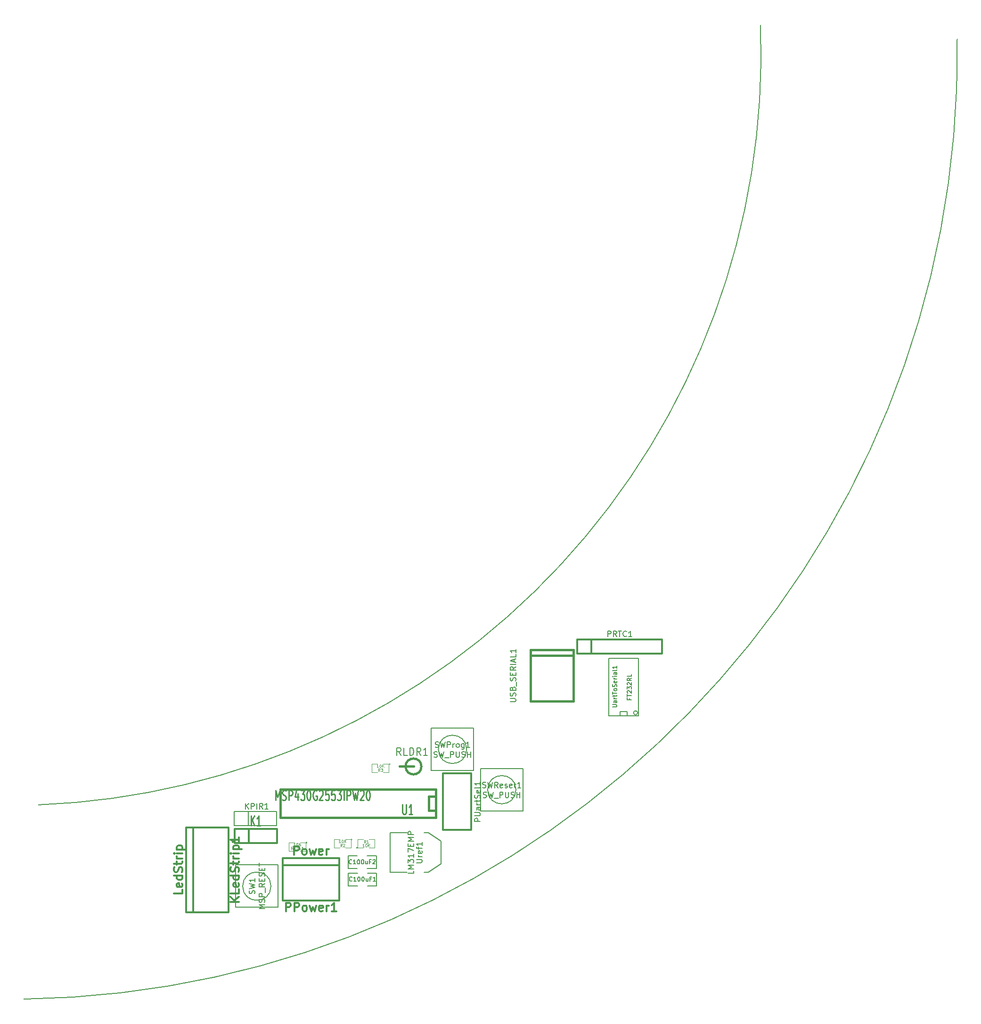
<source format=gto>
G04 (created by PCBNEW (2013-jul-07)-stable) date Wed 30 Sep 2015 08:29:52 PM CEST*
%MOIN*%
G04 Gerber Fmt 3.4, Leading zero omitted, Abs format*
%FSLAX34Y34*%
G01*
G70*
G90*
G04 APERTURE LIST*
%ADD10C,0.00590551*%
%ADD11C,0.00787402*%
%ADD12C,0.015*%
%ADD13C,0.005*%
%ADD14C,0.0039*%
%ADD15C,0.012*%
%ADD16C,0.006*%
%ADD17C,0.008*%
%ADD18C,0.0043*%
%ADD19C,0.0106*%
%ADD20C,0.01125*%
G04 APERTURE END LIST*
G54D10*
G54D11*
X7775Y-36740D02*
G75*
G03X73800Y31155I-935J66960D01*
G74*
G01*
X8800Y-23001D02*
G75*
G03X59881Y32160I-2040J53121D01*
G74*
G01*
G54D12*
X46641Y-12443D02*
X43609Y-12443D01*
X46641Y-12049D02*
X43609Y-12049D01*
X43609Y-12049D02*
X43609Y-15671D01*
X43609Y-15671D02*
X46641Y-15671D01*
X46641Y-15671D02*
X46641Y-12049D01*
G54D13*
X51186Y-16490D02*
G75*
G03X51186Y-16490I-141J0D01*
G74*
G01*
X49945Y-16690D02*
X49945Y-16390D01*
X49945Y-16390D02*
X50445Y-16390D01*
X50445Y-16390D02*
X50445Y-16690D01*
X51245Y-12640D02*
X51245Y-16690D01*
X49145Y-16690D02*
X49145Y-12640D01*
X49145Y-16690D02*
X51245Y-16690D01*
X49145Y-12640D02*
X51245Y-12640D01*
X32730Y-28730D02*
X32730Y-27830D01*
X32730Y-27830D02*
X32080Y-27830D01*
X31380Y-28730D02*
X30730Y-28730D01*
X30730Y-28730D02*
X30730Y-27830D01*
X30730Y-27830D02*
X31380Y-27830D01*
X32080Y-28730D02*
X32730Y-28730D01*
X32700Y-27515D02*
X32700Y-26615D01*
X32700Y-26615D02*
X32050Y-26615D01*
X31350Y-27515D02*
X30700Y-27515D01*
X30700Y-27515D02*
X30700Y-26615D01*
X30700Y-26615D02*
X31350Y-26615D01*
X32050Y-27515D02*
X32700Y-27515D01*
G54D14*
X27810Y-25670D02*
G75*
G03X27810Y-25670I-50J0D01*
G74*
G01*
X27310Y-25670D02*
X27710Y-25670D01*
X27710Y-25670D02*
X27710Y-26270D01*
X27710Y-26270D02*
X27310Y-26270D01*
X26910Y-26270D02*
X26510Y-26270D01*
X26510Y-26270D02*
X26510Y-25670D01*
X26510Y-25670D02*
X26910Y-25670D01*
G54D12*
X35336Y-20286D02*
X34336Y-20286D01*
X35895Y-20286D02*
G75*
G03X35895Y-20286I-559J0D01*
G74*
G01*
G54D15*
X39405Y-20785D02*
X39405Y-24785D01*
X39405Y-24785D02*
X37405Y-24785D01*
X37405Y-24785D02*
X37405Y-20785D01*
X37405Y-20785D02*
X39405Y-20785D01*
G54D16*
X22640Y-24480D02*
X22640Y-23480D01*
X22640Y-23480D02*
X25640Y-23480D01*
X25640Y-23480D02*
X25640Y-24480D01*
X25640Y-24480D02*
X22640Y-24480D01*
X23640Y-23480D02*
X23640Y-24480D01*
G54D15*
X46920Y-12295D02*
X46920Y-11295D01*
X46920Y-11295D02*
X52920Y-11295D01*
X52920Y-11295D02*
X52920Y-12295D01*
X52920Y-12295D02*
X46920Y-12295D01*
X47920Y-12295D02*
X47920Y-11295D01*
X19250Y-24590D02*
X22250Y-24590D01*
X19250Y-30590D02*
X22250Y-30590D01*
X19750Y-24590D02*
X19750Y-30590D01*
X22250Y-24590D02*
X22250Y-30590D01*
X19250Y-24590D02*
X19250Y-30590D01*
X26080Y-27280D02*
X30080Y-27280D01*
X26080Y-26780D02*
X26080Y-29780D01*
X26080Y-29780D02*
X30080Y-29780D01*
X30080Y-29780D02*
X30080Y-26780D01*
X30080Y-26780D02*
X26080Y-26780D01*
G54D17*
X34880Y-24975D02*
X33680Y-24975D01*
X33680Y-24975D02*
X33680Y-27775D01*
X33680Y-27775D02*
X34880Y-27775D01*
X36080Y-24975D02*
X36380Y-24975D01*
X36380Y-24975D02*
X37280Y-25575D01*
X37280Y-25575D02*
X37280Y-27175D01*
X37280Y-27175D02*
X36380Y-27775D01*
X36380Y-27775D02*
X36080Y-27775D01*
G54D14*
X31386Y-26039D02*
G75*
G03X31386Y-26039I-50J0D01*
G74*
G01*
X31786Y-26039D02*
X31386Y-26039D01*
X31386Y-26039D02*
X31386Y-25439D01*
X31386Y-25439D02*
X31786Y-25439D01*
X32186Y-25439D02*
X32586Y-25439D01*
X32586Y-25439D02*
X32586Y-26039D01*
X32586Y-26039D02*
X32186Y-26039D01*
X31013Y-25453D02*
G75*
G03X31013Y-25453I-50J0D01*
G74*
G01*
X30513Y-25453D02*
X30913Y-25453D01*
X30913Y-25453D02*
X30913Y-26053D01*
X30913Y-26053D02*
X30513Y-26053D01*
X30113Y-26053D02*
X29713Y-26053D01*
X29713Y-26053D02*
X29713Y-25453D01*
X29713Y-25453D02*
X30113Y-25453D01*
X33688Y-20118D02*
G75*
G03X33688Y-20118I-50J0D01*
G74*
G01*
X33188Y-20118D02*
X33588Y-20118D01*
X33588Y-20118D02*
X33588Y-20718D01*
X33588Y-20718D02*
X33188Y-20718D01*
X32788Y-20718D02*
X32388Y-20718D01*
X32388Y-20718D02*
X32388Y-20118D01*
X32388Y-20118D02*
X32788Y-20118D01*
G54D15*
X22667Y-25693D02*
X22667Y-24693D01*
X22667Y-24693D02*
X25667Y-24693D01*
X25667Y-24693D02*
X25667Y-25693D01*
X25667Y-25693D02*
X22667Y-25693D01*
X23667Y-24693D02*
X23667Y-25693D01*
G54D13*
X25251Y-28754D02*
G75*
G03X25251Y-28754I-1000J0D01*
G74*
G01*
X22751Y-30254D02*
X22751Y-27254D01*
X22751Y-27254D02*
X25751Y-27254D01*
X25751Y-27254D02*
X25751Y-30254D01*
X22751Y-30254D02*
X25751Y-30254D01*
X42580Y-21930D02*
G75*
G03X42580Y-21930I-1000J0D01*
G74*
G01*
X40080Y-20430D02*
X43080Y-20430D01*
X43080Y-20430D02*
X43080Y-23430D01*
X43080Y-23430D02*
X40080Y-23430D01*
X40080Y-20430D02*
X40080Y-23430D01*
X39092Y-19076D02*
G75*
G03X39092Y-19076I-1000J0D01*
G74*
G01*
X36592Y-17576D02*
X39592Y-17576D01*
X39592Y-17576D02*
X39592Y-20576D01*
X39592Y-20576D02*
X36592Y-20576D01*
X36592Y-17576D02*
X36592Y-20576D01*
G54D12*
X36900Y-23395D02*
X36400Y-23395D01*
X36400Y-23395D02*
X36400Y-22395D01*
X36400Y-22395D02*
X36900Y-22395D01*
X36900Y-23895D02*
X25900Y-23895D01*
X25900Y-23895D02*
X25900Y-21895D01*
X25900Y-21895D02*
X36900Y-21895D01*
X36900Y-21895D02*
X36900Y-23895D01*
G54D17*
X42169Y-15707D02*
X42493Y-15707D01*
X42531Y-15688D01*
X42550Y-15669D01*
X42569Y-15631D01*
X42569Y-15555D01*
X42550Y-15517D01*
X42531Y-15498D01*
X42493Y-15479D01*
X42169Y-15479D01*
X42550Y-15307D02*
X42569Y-15250D01*
X42569Y-15155D01*
X42550Y-15117D01*
X42531Y-15098D01*
X42493Y-15079D01*
X42455Y-15079D01*
X42417Y-15098D01*
X42398Y-15117D01*
X42379Y-15155D01*
X42360Y-15231D01*
X42341Y-15269D01*
X42322Y-15288D01*
X42284Y-15307D01*
X42246Y-15307D01*
X42208Y-15288D01*
X42188Y-15269D01*
X42169Y-15231D01*
X42169Y-15136D01*
X42188Y-15079D01*
X42360Y-14774D02*
X42379Y-14717D01*
X42398Y-14698D01*
X42436Y-14679D01*
X42493Y-14679D01*
X42531Y-14698D01*
X42550Y-14717D01*
X42569Y-14755D01*
X42569Y-14907D01*
X42169Y-14907D01*
X42169Y-14774D01*
X42188Y-14736D01*
X42208Y-14717D01*
X42246Y-14698D01*
X42284Y-14698D01*
X42322Y-14717D01*
X42341Y-14736D01*
X42360Y-14774D01*
X42360Y-14907D01*
X42608Y-14602D02*
X42608Y-14298D01*
X42550Y-14221D02*
X42569Y-14164D01*
X42569Y-14069D01*
X42550Y-14031D01*
X42531Y-14012D01*
X42493Y-13993D01*
X42455Y-13993D01*
X42417Y-14012D01*
X42398Y-14031D01*
X42379Y-14069D01*
X42360Y-14145D01*
X42341Y-14183D01*
X42322Y-14202D01*
X42284Y-14221D01*
X42246Y-14221D01*
X42208Y-14202D01*
X42188Y-14183D01*
X42169Y-14145D01*
X42169Y-14050D01*
X42188Y-13993D01*
X42360Y-13821D02*
X42360Y-13688D01*
X42569Y-13631D02*
X42569Y-13821D01*
X42169Y-13821D01*
X42169Y-13631D01*
X42569Y-13231D02*
X42379Y-13364D01*
X42569Y-13460D02*
X42169Y-13460D01*
X42169Y-13307D01*
X42188Y-13269D01*
X42208Y-13250D01*
X42246Y-13231D01*
X42303Y-13231D01*
X42341Y-13250D01*
X42360Y-13269D01*
X42379Y-13307D01*
X42379Y-13460D01*
X42569Y-13060D02*
X42169Y-13060D01*
X42455Y-12888D02*
X42455Y-12698D01*
X42569Y-12926D02*
X42169Y-12793D01*
X42569Y-12660D01*
X42569Y-12336D02*
X42569Y-12526D01*
X42169Y-12526D01*
X42569Y-11993D02*
X42569Y-12221D01*
X42569Y-12107D02*
X42169Y-12107D01*
X42227Y-12145D01*
X42265Y-12183D01*
X42284Y-12221D01*
G54D13*
X49416Y-16082D02*
X49659Y-16082D01*
X49687Y-16068D01*
X49702Y-16054D01*
X49716Y-16025D01*
X49716Y-15968D01*
X49702Y-15940D01*
X49687Y-15925D01*
X49659Y-15911D01*
X49416Y-15911D01*
X49716Y-15640D02*
X49559Y-15640D01*
X49530Y-15654D01*
X49516Y-15682D01*
X49516Y-15740D01*
X49530Y-15768D01*
X49702Y-15640D02*
X49716Y-15668D01*
X49716Y-15740D01*
X49702Y-15768D01*
X49673Y-15782D01*
X49645Y-15782D01*
X49616Y-15768D01*
X49602Y-15740D01*
X49602Y-15668D01*
X49587Y-15640D01*
X49716Y-15497D02*
X49516Y-15497D01*
X49573Y-15497D02*
X49545Y-15482D01*
X49530Y-15468D01*
X49516Y-15440D01*
X49516Y-15411D01*
X49516Y-15354D02*
X49516Y-15240D01*
X49416Y-15311D02*
X49673Y-15311D01*
X49702Y-15297D01*
X49716Y-15268D01*
X49716Y-15240D01*
X49416Y-15182D02*
X49416Y-15011D01*
X49716Y-15097D02*
X49416Y-15097D01*
X49716Y-14868D02*
X49702Y-14897D01*
X49687Y-14911D01*
X49659Y-14925D01*
X49573Y-14925D01*
X49545Y-14911D01*
X49530Y-14897D01*
X49516Y-14868D01*
X49516Y-14825D01*
X49530Y-14797D01*
X49545Y-14782D01*
X49573Y-14768D01*
X49659Y-14768D01*
X49687Y-14782D01*
X49702Y-14797D01*
X49716Y-14825D01*
X49716Y-14868D01*
X49702Y-14654D02*
X49716Y-14611D01*
X49716Y-14539D01*
X49702Y-14511D01*
X49687Y-14497D01*
X49659Y-14482D01*
X49630Y-14482D01*
X49602Y-14497D01*
X49587Y-14511D01*
X49573Y-14539D01*
X49559Y-14597D01*
X49545Y-14625D01*
X49530Y-14639D01*
X49502Y-14654D01*
X49473Y-14654D01*
X49445Y-14639D01*
X49430Y-14625D01*
X49416Y-14597D01*
X49416Y-14525D01*
X49430Y-14482D01*
X49702Y-14240D02*
X49716Y-14268D01*
X49716Y-14325D01*
X49702Y-14354D01*
X49673Y-14368D01*
X49559Y-14368D01*
X49530Y-14354D01*
X49516Y-14325D01*
X49516Y-14268D01*
X49530Y-14240D01*
X49559Y-14225D01*
X49587Y-14225D01*
X49616Y-14368D01*
X49716Y-14097D02*
X49516Y-14097D01*
X49573Y-14097D02*
X49545Y-14082D01*
X49530Y-14068D01*
X49516Y-14040D01*
X49516Y-14011D01*
X49716Y-13911D02*
X49516Y-13911D01*
X49416Y-13911D02*
X49430Y-13925D01*
X49445Y-13911D01*
X49430Y-13897D01*
X49416Y-13911D01*
X49445Y-13911D01*
X49716Y-13640D02*
X49559Y-13640D01*
X49530Y-13654D01*
X49516Y-13682D01*
X49516Y-13740D01*
X49530Y-13768D01*
X49702Y-13640D02*
X49716Y-13668D01*
X49716Y-13740D01*
X49702Y-13768D01*
X49673Y-13782D01*
X49645Y-13782D01*
X49616Y-13768D01*
X49602Y-13740D01*
X49602Y-13668D01*
X49587Y-13640D01*
X49716Y-13454D02*
X49702Y-13482D01*
X49673Y-13497D01*
X49416Y-13497D01*
X49716Y-13182D02*
X49716Y-13354D01*
X49716Y-13268D02*
X49416Y-13268D01*
X49459Y-13297D01*
X49487Y-13325D01*
X49502Y-13354D01*
X50609Y-15461D02*
X50609Y-15561D01*
X50766Y-15561D02*
X50466Y-15561D01*
X50466Y-15418D01*
X50466Y-15347D02*
X50466Y-15175D01*
X50766Y-15261D02*
X50466Y-15261D01*
X50495Y-15089D02*
X50480Y-15075D01*
X50466Y-15047D01*
X50466Y-14975D01*
X50480Y-14947D01*
X50495Y-14932D01*
X50523Y-14918D01*
X50552Y-14918D01*
X50595Y-14932D01*
X50766Y-15104D01*
X50766Y-14918D01*
X50466Y-14818D02*
X50466Y-14632D01*
X50580Y-14732D01*
X50580Y-14689D01*
X50595Y-14661D01*
X50609Y-14647D01*
X50637Y-14632D01*
X50709Y-14632D01*
X50737Y-14647D01*
X50752Y-14661D01*
X50766Y-14689D01*
X50766Y-14775D01*
X50752Y-14804D01*
X50737Y-14818D01*
X50495Y-14518D02*
X50480Y-14504D01*
X50466Y-14475D01*
X50466Y-14404D01*
X50480Y-14375D01*
X50495Y-14361D01*
X50523Y-14347D01*
X50552Y-14347D01*
X50595Y-14361D01*
X50766Y-14532D01*
X50766Y-14347D01*
X50766Y-14047D02*
X50623Y-14147D01*
X50766Y-14218D02*
X50466Y-14218D01*
X50466Y-14104D01*
X50480Y-14075D01*
X50495Y-14061D01*
X50523Y-14047D01*
X50566Y-14047D01*
X50595Y-14061D01*
X50609Y-14075D01*
X50623Y-14104D01*
X50623Y-14218D01*
X50766Y-13775D02*
X50766Y-13918D01*
X50466Y-13918D01*
X30987Y-28372D02*
X30972Y-28387D01*
X30930Y-28401D01*
X30901Y-28401D01*
X30858Y-28387D01*
X30830Y-28358D01*
X30815Y-28330D01*
X30801Y-28272D01*
X30801Y-28230D01*
X30815Y-28172D01*
X30830Y-28144D01*
X30858Y-28115D01*
X30901Y-28101D01*
X30930Y-28101D01*
X30972Y-28115D01*
X30987Y-28130D01*
X31272Y-28401D02*
X31101Y-28401D01*
X31187Y-28401D02*
X31187Y-28101D01*
X31158Y-28144D01*
X31130Y-28172D01*
X31101Y-28187D01*
X31458Y-28101D02*
X31487Y-28101D01*
X31515Y-28115D01*
X31530Y-28130D01*
X31544Y-28158D01*
X31558Y-28215D01*
X31558Y-28287D01*
X31544Y-28344D01*
X31530Y-28372D01*
X31515Y-28387D01*
X31487Y-28401D01*
X31458Y-28401D01*
X31430Y-28387D01*
X31415Y-28372D01*
X31401Y-28344D01*
X31387Y-28287D01*
X31387Y-28215D01*
X31401Y-28158D01*
X31415Y-28130D01*
X31430Y-28115D01*
X31458Y-28101D01*
X31744Y-28101D02*
X31772Y-28101D01*
X31801Y-28115D01*
X31815Y-28130D01*
X31830Y-28158D01*
X31844Y-28215D01*
X31844Y-28287D01*
X31830Y-28344D01*
X31815Y-28372D01*
X31801Y-28387D01*
X31772Y-28401D01*
X31744Y-28401D01*
X31715Y-28387D01*
X31701Y-28372D01*
X31687Y-28344D01*
X31672Y-28287D01*
X31672Y-28215D01*
X31687Y-28158D01*
X31701Y-28130D01*
X31715Y-28115D01*
X31744Y-28101D01*
X32101Y-28201D02*
X32101Y-28401D01*
X31972Y-28201D02*
X31972Y-28358D01*
X31987Y-28387D01*
X32015Y-28401D01*
X32058Y-28401D01*
X32087Y-28387D01*
X32101Y-28372D01*
X32344Y-28244D02*
X32244Y-28244D01*
X32244Y-28401D02*
X32244Y-28101D01*
X32387Y-28101D01*
X32658Y-28401D02*
X32487Y-28401D01*
X32572Y-28401D02*
X32572Y-28101D01*
X32544Y-28144D01*
X32515Y-28172D01*
X32487Y-28187D01*
X30957Y-27157D02*
X30942Y-27172D01*
X30900Y-27186D01*
X30871Y-27186D01*
X30828Y-27172D01*
X30800Y-27143D01*
X30785Y-27115D01*
X30771Y-27057D01*
X30771Y-27015D01*
X30785Y-26957D01*
X30800Y-26929D01*
X30828Y-26900D01*
X30871Y-26886D01*
X30900Y-26886D01*
X30942Y-26900D01*
X30957Y-26915D01*
X31242Y-27186D02*
X31071Y-27186D01*
X31157Y-27186D02*
X31157Y-26886D01*
X31128Y-26929D01*
X31100Y-26957D01*
X31071Y-26972D01*
X31428Y-26886D02*
X31457Y-26886D01*
X31485Y-26900D01*
X31500Y-26915D01*
X31514Y-26943D01*
X31528Y-27000D01*
X31528Y-27072D01*
X31514Y-27129D01*
X31500Y-27157D01*
X31485Y-27172D01*
X31457Y-27186D01*
X31428Y-27186D01*
X31400Y-27172D01*
X31385Y-27157D01*
X31371Y-27129D01*
X31357Y-27072D01*
X31357Y-27000D01*
X31371Y-26943D01*
X31385Y-26915D01*
X31400Y-26900D01*
X31428Y-26886D01*
X31714Y-26886D02*
X31742Y-26886D01*
X31771Y-26900D01*
X31785Y-26915D01*
X31800Y-26943D01*
X31814Y-27000D01*
X31814Y-27072D01*
X31800Y-27129D01*
X31785Y-27157D01*
X31771Y-27172D01*
X31742Y-27186D01*
X31714Y-27186D01*
X31685Y-27172D01*
X31671Y-27157D01*
X31657Y-27129D01*
X31642Y-27072D01*
X31642Y-27000D01*
X31657Y-26943D01*
X31671Y-26915D01*
X31685Y-26900D01*
X31714Y-26886D01*
X32071Y-26986D02*
X32071Y-27186D01*
X31942Y-26986D02*
X31942Y-27143D01*
X31957Y-27172D01*
X31985Y-27186D01*
X32028Y-27186D01*
X32057Y-27172D01*
X32071Y-27157D01*
X32314Y-27029D02*
X32214Y-27029D01*
X32214Y-27186D02*
X32214Y-26886D01*
X32357Y-26886D01*
X32457Y-26915D02*
X32471Y-26900D01*
X32500Y-26886D01*
X32571Y-26886D01*
X32600Y-26900D01*
X32614Y-26915D01*
X32628Y-26943D01*
X32628Y-26972D01*
X32614Y-27015D01*
X32442Y-27186D01*
X32628Y-27186D01*
G54D18*
X26809Y-26174D02*
X26744Y-26080D01*
X26697Y-26174D02*
X26697Y-25977D01*
X26772Y-25977D01*
X26791Y-25987D01*
X26800Y-25996D01*
X26809Y-26015D01*
X26809Y-26043D01*
X26800Y-26062D01*
X26791Y-26071D01*
X26772Y-26080D01*
X26697Y-26080D01*
X26997Y-26174D02*
X26884Y-26174D01*
X26941Y-26174D02*
X26941Y-25977D01*
X26922Y-26005D01*
X26903Y-26024D01*
X26884Y-26034D01*
X27119Y-25977D02*
X27138Y-25977D01*
X27156Y-25987D01*
X27166Y-25996D01*
X27175Y-26015D01*
X27185Y-26052D01*
X27185Y-26099D01*
X27175Y-26137D01*
X27166Y-26155D01*
X27156Y-26165D01*
X27138Y-26174D01*
X27119Y-26174D01*
X27100Y-26165D01*
X27091Y-26155D01*
X27081Y-26137D01*
X27072Y-26099D01*
X27072Y-26052D01*
X27081Y-26015D01*
X27091Y-25996D01*
X27100Y-25987D01*
X27119Y-25977D01*
X27269Y-26174D02*
X27269Y-25977D01*
X27288Y-26099D02*
X27344Y-26174D01*
X27344Y-26043D02*
X27269Y-26118D01*
X27532Y-26174D02*
X27419Y-26174D01*
X27475Y-26174D02*
X27475Y-25977D01*
X27457Y-26005D01*
X27438Y-26024D01*
X27419Y-26034D01*
X26973Y-25899D02*
X26861Y-25899D01*
X26917Y-25899D02*
X26917Y-25702D01*
X26898Y-25730D01*
X26880Y-25749D01*
X26861Y-25759D01*
X27095Y-25702D02*
X27114Y-25702D01*
X27133Y-25712D01*
X27142Y-25721D01*
X27152Y-25740D01*
X27161Y-25777D01*
X27161Y-25824D01*
X27152Y-25862D01*
X27142Y-25880D01*
X27133Y-25890D01*
X27114Y-25899D01*
X27095Y-25899D01*
X27077Y-25890D01*
X27067Y-25880D01*
X27058Y-25862D01*
X27049Y-25824D01*
X27049Y-25777D01*
X27058Y-25740D01*
X27067Y-25721D01*
X27077Y-25712D01*
X27095Y-25702D01*
X27246Y-25899D02*
X27246Y-25702D01*
X27358Y-25899D02*
X27274Y-25787D01*
X27358Y-25702D02*
X27246Y-25815D01*
G54D17*
X34450Y-19508D02*
X34283Y-19246D01*
X34164Y-19508D02*
X34164Y-18958D01*
X34355Y-18958D01*
X34402Y-18984D01*
X34426Y-19011D01*
X34450Y-19063D01*
X34450Y-19141D01*
X34426Y-19194D01*
X34402Y-19220D01*
X34355Y-19246D01*
X34164Y-19246D01*
X34902Y-19508D02*
X34664Y-19508D01*
X34664Y-18958D01*
X35069Y-19508D02*
X35069Y-18958D01*
X35188Y-18958D01*
X35259Y-18984D01*
X35307Y-19037D01*
X35331Y-19089D01*
X35355Y-19194D01*
X35355Y-19272D01*
X35331Y-19377D01*
X35307Y-19430D01*
X35259Y-19482D01*
X35188Y-19508D01*
X35069Y-19508D01*
X35855Y-19508D02*
X35688Y-19246D01*
X35569Y-19508D02*
X35569Y-18958D01*
X35759Y-18958D01*
X35807Y-18984D01*
X35831Y-19011D01*
X35855Y-19063D01*
X35855Y-19141D01*
X35831Y-19194D01*
X35807Y-19220D01*
X35759Y-19246D01*
X35569Y-19246D01*
X36331Y-19508D02*
X36045Y-19508D01*
X36188Y-19508D02*
X36188Y-18958D01*
X36140Y-19037D01*
X36093Y-19089D01*
X36045Y-19115D01*
X40066Y-24175D02*
X39666Y-24175D01*
X39666Y-24023D01*
X39685Y-23984D01*
X39705Y-23965D01*
X39743Y-23946D01*
X39800Y-23946D01*
X39838Y-23965D01*
X39857Y-23984D01*
X39876Y-24023D01*
X39876Y-24175D01*
X39666Y-23775D02*
X39990Y-23775D01*
X40028Y-23756D01*
X40047Y-23737D01*
X40066Y-23699D01*
X40066Y-23623D01*
X40047Y-23584D01*
X40028Y-23565D01*
X39990Y-23546D01*
X39666Y-23546D01*
X40066Y-23184D02*
X39857Y-23184D01*
X39819Y-23204D01*
X39800Y-23242D01*
X39800Y-23318D01*
X39819Y-23356D01*
X40047Y-23184D02*
X40066Y-23223D01*
X40066Y-23318D01*
X40047Y-23356D01*
X40009Y-23375D01*
X39971Y-23375D01*
X39933Y-23356D01*
X39914Y-23318D01*
X39914Y-23223D01*
X39895Y-23184D01*
X40066Y-22994D02*
X39800Y-22994D01*
X39876Y-22994D02*
X39838Y-22975D01*
X39819Y-22956D01*
X39800Y-22918D01*
X39800Y-22880D01*
X39800Y-22804D02*
X39800Y-22651D01*
X39666Y-22746D02*
X40009Y-22746D01*
X40047Y-22727D01*
X40066Y-22689D01*
X40066Y-22651D01*
X40047Y-22537D02*
X40066Y-22480D01*
X40066Y-22385D01*
X40047Y-22346D01*
X40028Y-22327D01*
X39990Y-22308D01*
X39952Y-22308D01*
X39914Y-22327D01*
X39895Y-22346D01*
X39876Y-22385D01*
X39857Y-22461D01*
X39838Y-22499D01*
X39819Y-22518D01*
X39781Y-22537D01*
X39743Y-22537D01*
X39705Y-22518D01*
X39685Y-22499D01*
X39666Y-22461D01*
X39666Y-22365D01*
X39685Y-22308D01*
X40047Y-21985D02*
X40066Y-22023D01*
X40066Y-22099D01*
X40047Y-22137D01*
X40009Y-22156D01*
X39857Y-22156D01*
X39819Y-22137D01*
X39800Y-22099D01*
X39800Y-22023D01*
X39819Y-21985D01*
X39857Y-21965D01*
X39895Y-21965D01*
X39933Y-22156D01*
X40066Y-21737D02*
X40047Y-21775D01*
X40009Y-21794D01*
X39666Y-21794D01*
X40066Y-21375D02*
X40066Y-21604D01*
X40066Y-21489D02*
X39666Y-21489D01*
X39724Y-21527D01*
X39762Y-21565D01*
X39781Y-21604D01*
G54D16*
X23449Y-23291D02*
X23449Y-22891D01*
X23678Y-23291D02*
X23506Y-23063D01*
X23678Y-22891D02*
X23449Y-23120D01*
X23849Y-23291D02*
X23849Y-22891D01*
X24001Y-22891D01*
X24040Y-22910D01*
X24059Y-22930D01*
X24078Y-22968D01*
X24078Y-23025D01*
X24059Y-23063D01*
X24040Y-23082D01*
X24001Y-23101D01*
X23849Y-23101D01*
X24249Y-23291D02*
X24249Y-22891D01*
X24668Y-23291D02*
X24535Y-23101D01*
X24440Y-23291D02*
X24440Y-22891D01*
X24592Y-22891D01*
X24630Y-22910D01*
X24649Y-22930D01*
X24668Y-22968D01*
X24668Y-23025D01*
X24649Y-23063D01*
X24630Y-23082D01*
X24592Y-23101D01*
X24440Y-23101D01*
X25049Y-23291D02*
X24820Y-23291D01*
X24935Y-23291D02*
X24935Y-22891D01*
X24897Y-22949D01*
X24859Y-22987D01*
X24820Y-23006D01*
G54D17*
X49072Y-11106D02*
X49072Y-10706D01*
X49224Y-10706D01*
X49262Y-10725D01*
X49281Y-10745D01*
X49300Y-10783D01*
X49300Y-10840D01*
X49281Y-10878D01*
X49262Y-10897D01*
X49224Y-10916D01*
X49072Y-10916D01*
X49700Y-11106D02*
X49567Y-10916D01*
X49472Y-11106D02*
X49472Y-10706D01*
X49624Y-10706D01*
X49662Y-10725D01*
X49681Y-10745D01*
X49700Y-10783D01*
X49700Y-10840D01*
X49681Y-10878D01*
X49662Y-10897D01*
X49624Y-10916D01*
X49472Y-10916D01*
X49815Y-10706D02*
X50043Y-10706D01*
X49929Y-11106D02*
X49929Y-10706D01*
X50405Y-11068D02*
X50386Y-11087D01*
X50329Y-11106D01*
X50291Y-11106D01*
X50234Y-11087D01*
X50196Y-11049D01*
X50177Y-11011D01*
X50158Y-10935D01*
X50158Y-10878D01*
X50177Y-10802D01*
X50196Y-10764D01*
X50234Y-10725D01*
X50291Y-10706D01*
X50329Y-10706D01*
X50386Y-10725D01*
X50405Y-10745D01*
X50786Y-11106D02*
X50558Y-11106D01*
X50672Y-11106D02*
X50672Y-10706D01*
X50634Y-10764D01*
X50596Y-10802D01*
X50558Y-10821D01*
G54D15*
X22992Y-29861D02*
X22392Y-29861D01*
X22992Y-29518D02*
X22650Y-29775D01*
X22392Y-29518D02*
X22735Y-29861D01*
X22992Y-28975D02*
X22992Y-29261D01*
X22392Y-29261D01*
X22964Y-28547D02*
X22992Y-28604D01*
X22992Y-28718D01*
X22964Y-28775D01*
X22907Y-28804D01*
X22678Y-28804D01*
X22621Y-28775D01*
X22592Y-28718D01*
X22592Y-28604D01*
X22621Y-28547D01*
X22678Y-28518D01*
X22735Y-28518D01*
X22792Y-28804D01*
X22992Y-28004D02*
X22392Y-28004D01*
X22964Y-28004D02*
X22992Y-28061D01*
X22992Y-28175D01*
X22964Y-28232D01*
X22935Y-28261D01*
X22878Y-28290D01*
X22707Y-28290D01*
X22650Y-28261D01*
X22621Y-28232D01*
X22592Y-28175D01*
X22592Y-28061D01*
X22621Y-28004D01*
X22964Y-27747D02*
X22992Y-27661D01*
X22992Y-27518D01*
X22964Y-27461D01*
X22935Y-27432D01*
X22878Y-27404D01*
X22821Y-27404D01*
X22764Y-27432D01*
X22735Y-27461D01*
X22707Y-27518D01*
X22678Y-27632D01*
X22650Y-27690D01*
X22621Y-27718D01*
X22564Y-27747D01*
X22507Y-27747D01*
X22450Y-27718D01*
X22421Y-27690D01*
X22392Y-27632D01*
X22392Y-27490D01*
X22421Y-27404D01*
X22592Y-27232D02*
X22592Y-27004D01*
X22392Y-27147D02*
X22907Y-27147D01*
X22964Y-27118D01*
X22992Y-27061D01*
X22992Y-27004D01*
X22992Y-26804D02*
X22592Y-26804D01*
X22707Y-26804D02*
X22650Y-26775D01*
X22621Y-26747D01*
X22592Y-26690D01*
X22592Y-26632D01*
X22992Y-26432D02*
X22592Y-26432D01*
X22392Y-26432D02*
X22421Y-26461D01*
X22450Y-26432D01*
X22421Y-26404D01*
X22392Y-26432D01*
X22450Y-26432D01*
X22592Y-26147D02*
X23192Y-26147D01*
X22621Y-26147D02*
X22592Y-26090D01*
X22592Y-25975D01*
X22621Y-25918D01*
X22650Y-25890D01*
X22707Y-25861D01*
X22878Y-25861D01*
X22935Y-25890D01*
X22964Y-25918D01*
X22992Y-25975D01*
X22992Y-26090D01*
X22964Y-26147D01*
X22992Y-25290D02*
X22992Y-25632D01*
X22992Y-25461D02*
X22392Y-25461D01*
X22478Y-25518D01*
X22535Y-25575D01*
X22564Y-25632D01*
X18992Y-28990D02*
X18992Y-29275D01*
X18392Y-29275D01*
X18964Y-28561D02*
X18992Y-28618D01*
X18992Y-28732D01*
X18964Y-28790D01*
X18907Y-28818D01*
X18678Y-28818D01*
X18621Y-28790D01*
X18592Y-28732D01*
X18592Y-28618D01*
X18621Y-28561D01*
X18678Y-28532D01*
X18735Y-28532D01*
X18792Y-28818D01*
X18992Y-28018D02*
X18392Y-28018D01*
X18964Y-28018D02*
X18992Y-28075D01*
X18992Y-28190D01*
X18964Y-28247D01*
X18935Y-28275D01*
X18878Y-28304D01*
X18707Y-28304D01*
X18650Y-28275D01*
X18621Y-28247D01*
X18592Y-28190D01*
X18592Y-28075D01*
X18621Y-28018D01*
X18964Y-27761D02*
X18992Y-27675D01*
X18992Y-27532D01*
X18964Y-27475D01*
X18935Y-27447D01*
X18878Y-27418D01*
X18821Y-27418D01*
X18764Y-27447D01*
X18735Y-27475D01*
X18707Y-27532D01*
X18678Y-27647D01*
X18650Y-27704D01*
X18621Y-27732D01*
X18564Y-27761D01*
X18507Y-27761D01*
X18450Y-27732D01*
X18421Y-27704D01*
X18392Y-27647D01*
X18392Y-27504D01*
X18421Y-27418D01*
X18592Y-27247D02*
X18592Y-27018D01*
X18392Y-27161D02*
X18907Y-27161D01*
X18964Y-27132D01*
X18992Y-27075D01*
X18992Y-27018D01*
X18992Y-26818D02*
X18592Y-26818D01*
X18707Y-26818D02*
X18650Y-26789D01*
X18621Y-26761D01*
X18592Y-26704D01*
X18592Y-26647D01*
X18992Y-26447D02*
X18592Y-26447D01*
X18392Y-26447D02*
X18421Y-26475D01*
X18450Y-26447D01*
X18421Y-26418D01*
X18392Y-26447D01*
X18450Y-26447D01*
X18592Y-26161D02*
X19192Y-26161D01*
X18621Y-26161D02*
X18592Y-26104D01*
X18592Y-25989D01*
X18621Y-25932D01*
X18650Y-25904D01*
X18707Y-25875D01*
X18878Y-25875D01*
X18935Y-25904D01*
X18964Y-25932D01*
X18992Y-25989D01*
X18992Y-26104D01*
X18964Y-26161D01*
X26308Y-30522D02*
X26308Y-29922D01*
X26537Y-29922D01*
X26594Y-29951D01*
X26622Y-29980D01*
X26651Y-30037D01*
X26651Y-30122D01*
X26622Y-30180D01*
X26594Y-30208D01*
X26537Y-30237D01*
X26308Y-30237D01*
X26908Y-30522D02*
X26908Y-29922D01*
X27137Y-29922D01*
X27194Y-29951D01*
X27222Y-29980D01*
X27251Y-30037D01*
X27251Y-30122D01*
X27222Y-30180D01*
X27194Y-30208D01*
X27137Y-30237D01*
X26908Y-30237D01*
X27594Y-30522D02*
X27537Y-30494D01*
X27508Y-30465D01*
X27480Y-30408D01*
X27480Y-30237D01*
X27508Y-30180D01*
X27537Y-30151D01*
X27594Y-30122D01*
X27680Y-30122D01*
X27737Y-30151D01*
X27765Y-30180D01*
X27794Y-30237D01*
X27794Y-30408D01*
X27765Y-30465D01*
X27737Y-30494D01*
X27680Y-30522D01*
X27594Y-30522D01*
X27994Y-30122D02*
X28108Y-30522D01*
X28222Y-30237D01*
X28337Y-30522D01*
X28451Y-30122D01*
X28908Y-30494D02*
X28851Y-30522D01*
X28737Y-30522D01*
X28679Y-30494D01*
X28651Y-30437D01*
X28651Y-30208D01*
X28679Y-30151D01*
X28737Y-30122D01*
X28851Y-30122D01*
X28908Y-30151D01*
X28937Y-30208D01*
X28937Y-30265D01*
X28651Y-30322D01*
X29194Y-30522D02*
X29194Y-30122D01*
X29194Y-30237D02*
X29222Y-30180D01*
X29251Y-30151D01*
X29308Y-30122D01*
X29365Y-30122D01*
X29880Y-30522D02*
X29537Y-30522D01*
X29708Y-30522D02*
X29708Y-29922D01*
X29651Y-30008D01*
X29594Y-30065D01*
X29537Y-30094D01*
X26894Y-26522D02*
X26894Y-25922D01*
X27122Y-25922D01*
X27180Y-25951D01*
X27208Y-25980D01*
X27237Y-26037D01*
X27237Y-26122D01*
X27208Y-26180D01*
X27180Y-26208D01*
X27122Y-26237D01*
X26894Y-26237D01*
X27580Y-26522D02*
X27522Y-26494D01*
X27494Y-26465D01*
X27465Y-26408D01*
X27465Y-26237D01*
X27494Y-26180D01*
X27522Y-26151D01*
X27580Y-26122D01*
X27665Y-26122D01*
X27722Y-26151D01*
X27751Y-26180D01*
X27780Y-26237D01*
X27780Y-26408D01*
X27751Y-26465D01*
X27722Y-26494D01*
X27665Y-26522D01*
X27580Y-26522D01*
X27980Y-26122D02*
X28094Y-26522D01*
X28208Y-26237D01*
X28322Y-26522D01*
X28437Y-26122D01*
X28894Y-26494D02*
X28837Y-26522D01*
X28722Y-26522D01*
X28665Y-26494D01*
X28637Y-26437D01*
X28637Y-26208D01*
X28665Y-26151D01*
X28722Y-26122D01*
X28837Y-26122D01*
X28894Y-26151D01*
X28922Y-26208D01*
X28922Y-26265D01*
X28637Y-26322D01*
X29180Y-26522D02*
X29180Y-26122D01*
X29180Y-26237D02*
X29208Y-26180D01*
X29237Y-26151D01*
X29294Y-26122D01*
X29351Y-26122D01*
G54D17*
X35541Y-27089D02*
X35865Y-27089D01*
X35903Y-27070D01*
X35922Y-27051D01*
X35941Y-27013D01*
X35941Y-26936D01*
X35922Y-26898D01*
X35903Y-26879D01*
X35865Y-26860D01*
X35541Y-26860D01*
X35941Y-26670D02*
X35675Y-26670D01*
X35751Y-26670D02*
X35713Y-26651D01*
X35694Y-26632D01*
X35675Y-26594D01*
X35675Y-26555D01*
X35922Y-26270D02*
X35941Y-26308D01*
X35941Y-26384D01*
X35922Y-26422D01*
X35884Y-26441D01*
X35732Y-26441D01*
X35694Y-26422D01*
X35675Y-26384D01*
X35675Y-26308D01*
X35694Y-26270D01*
X35732Y-26251D01*
X35770Y-26251D01*
X35808Y-26441D01*
X35675Y-26136D02*
X35675Y-25984D01*
X35941Y-26079D02*
X35599Y-26079D01*
X35560Y-26060D01*
X35541Y-26022D01*
X35541Y-25984D01*
X35941Y-25641D02*
X35941Y-25870D01*
X35941Y-25755D02*
X35541Y-25755D01*
X35599Y-25794D01*
X35637Y-25832D01*
X35656Y-25870D01*
X35341Y-27660D02*
X35341Y-27851D01*
X34941Y-27851D01*
X35341Y-27527D02*
X34941Y-27527D01*
X35227Y-27394D01*
X34941Y-27260D01*
X35341Y-27260D01*
X34941Y-27108D02*
X34941Y-26860D01*
X35094Y-26994D01*
X35094Y-26936D01*
X35113Y-26898D01*
X35132Y-26879D01*
X35170Y-26860D01*
X35265Y-26860D01*
X35303Y-26879D01*
X35322Y-26898D01*
X35341Y-26936D01*
X35341Y-27051D01*
X35322Y-27089D01*
X35303Y-27108D01*
X35341Y-26479D02*
X35341Y-26708D01*
X35341Y-26594D02*
X34941Y-26594D01*
X34999Y-26632D01*
X35037Y-26670D01*
X35056Y-26708D01*
X34941Y-26346D02*
X34941Y-26079D01*
X35341Y-26251D01*
X35132Y-25927D02*
X35132Y-25794D01*
X35341Y-25736D02*
X35341Y-25927D01*
X34941Y-25927D01*
X34941Y-25736D01*
X35341Y-25565D02*
X34941Y-25565D01*
X35227Y-25432D01*
X34941Y-25298D01*
X35341Y-25298D01*
X35341Y-25108D02*
X34941Y-25108D01*
X34941Y-24955D01*
X34960Y-24917D01*
X34980Y-24898D01*
X35018Y-24879D01*
X35075Y-24879D01*
X35113Y-24898D01*
X35132Y-24917D01*
X35151Y-24955D01*
X35151Y-25108D01*
G54D18*
X31953Y-25693D02*
X31887Y-25599D01*
X31840Y-25693D02*
X31840Y-25496D01*
X31915Y-25496D01*
X31934Y-25506D01*
X31943Y-25515D01*
X31953Y-25534D01*
X31953Y-25562D01*
X31943Y-25581D01*
X31934Y-25590D01*
X31915Y-25599D01*
X31840Y-25599D01*
X32140Y-25693D02*
X32028Y-25693D01*
X32084Y-25693D02*
X32084Y-25496D01*
X32065Y-25524D01*
X32046Y-25543D01*
X32028Y-25553D01*
X31849Y-25968D02*
X31737Y-25968D01*
X31793Y-25968D02*
X31793Y-25771D01*
X31774Y-25799D01*
X31756Y-25818D01*
X31737Y-25828D01*
X31971Y-25771D02*
X31990Y-25771D01*
X32009Y-25781D01*
X32018Y-25790D01*
X32028Y-25809D01*
X32037Y-25846D01*
X32037Y-25893D01*
X32028Y-25931D01*
X32018Y-25949D01*
X32009Y-25959D01*
X31990Y-25968D01*
X31971Y-25968D01*
X31953Y-25959D01*
X31943Y-25949D01*
X31934Y-25931D01*
X31925Y-25893D01*
X31925Y-25846D01*
X31934Y-25809D01*
X31943Y-25790D01*
X31953Y-25781D01*
X31971Y-25771D01*
X32122Y-25968D02*
X32122Y-25771D01*
X32234Y-25968D02*
X32150Y-25856D01*
X32234Y-25771D02*
X32122Y-25884D01*
X30280Y-25957D02*
X30214Y-25863D01*
X30167Y-25957D02*
X30167Y-25760D01*
X30242Y-25760D01*
X30261Y-25770D01*
X30270Y-25779D01*
X30280Y-25798D01*
X30280Y-25826D01*
X30270Y-25845D01*
X30261Y-25854D01*
X30242Y-25863D01*
X30167Y-25863D01*
X30355Y-25779D02*
X30364Y-25770D01*
X30383Y-25760D01*
X30430Y-25760D01*
X30449Y-25770D01*
X30458Y-25779D01*
X30467Y-25798D01*
X30467Y-25817D01*
X30458Y-25845D01*
X30345Y-25957D01*
X30467Y-25957D01*
X30176Y-25682D02*
X30064Y-25682D01*
X30120Y-25682D02*
X30120Y-25485D01*
X30101Y-25513D01*
X30083Y-25532D01*
X30064Y-25542D01*
X30298Y-25485D02*
X30317Y-25485D01*
X30336Y-25495D01*
X30345Y-25504D01*
X30355Y-25523D01*
X30364Y-25560D01*
X30364Y-25607D01*
X30355Y-25645D01*
X30345Y-25663D01*
X30336Y-25673D01*
X30317Y-25682D01*
X30298Y-25682D01*
X30280Y-25673D01*
X30270Y-25663D01*
X30261Y-25645D01*
X30252Y-25607D01*
X30252Y-25560D01*
X30261Y-25523D01*
X30270Y-25504D01*
X30280Y-25495D01*
X30298Y-25485D01*
X30449Y-25682D02*
X30449Y-25485D01*
X30561Y-25682D02*
X30477Y-25570D01*
X30561Y-25485D02*
X30449Y-25598D01*
X32955Y-20622D02*
X32889Y-20528D01*
X32842Y-20622D02*
X32842Y-20425D01*
X32917Y-20425D01*
X32936Y-20435D01*
X32945Y-20444D01*
X32955Y-20463D01*
X32955Y-20491D01*
X32945Y-20510D01*
X32936Y-20519D01*
X32917Y-20528D01*
X32842Y-20528D01*
X33020Y-20425D02*
X33142Y-20425D01*
X33077Y-20500D01*
X33105Y-20500D01*
X33124Y-20510D01*
X33133Y-20519D01*
X33142Y-20538D01*
X33142Y-20585D01*
X33133Y-20603D01*
X33124Y-20613D01*
X33105Y-20622D01*
X33048Y-20622D01*
X33030Y-20613D01*
X33020Y-20603D01*
X32851Y-20347D02*
X32739Y-20347D01*
X32795Y-20347D02*
X32795Y-20150D01*
X32776Y-20178D01*
X32758Y-20197D01*
X32739Y-20207D01*
X32973Y-20150D02*
X32992Y-20150D01*
X33011Y-20160D01*
X33020Y-20169D01*
X33030Y-20188D01*
X33039Y-20225D01*
X33039Y-20272D01*
X33030Y-20310D01*
X33020Y-20328D01*
X33011Y-20338D01*
X32992Y-20347D01*
X32973Y-20347D01*
X32955Y-20338D01*
X32945Y-20328D01*
X32936Y-20310D01*
X32927Y-20272D01*
X32927Y-20225D01*
X32936Y-20188D01*
X32945Y-20169D01*
X32955Y-20160D01*
X32973Y-20150D01*
X33124Y-20347D02*
X33124Y-20150D01*
X33236Y-20347D02*
X33152Y-20235D01*
X33236Y-20150D02*
X33124Y-20263D01*
G54D19*
X23854Y-24478D02*
X23854Y-23773D01*
X24096Y-24478D02*
X23914Y-24075D01*
X24096Y-23773D02*
X23854Y-24176D01*
X24500Y-24478D02*
X24257Y-24478D01*
X24379Y-24478D02*
X24379Y-23773D01*
X24338Y-23874D01*
X24298Y-23941D01*
X24257Y-23974D01*
G54D15*
G54D17*
X24093Y-29287D02*
X24112Y-29230D01*
X24112Y-29134D01*
X24093Y-29096D01*
X24074Y-29077D01*
X24036Y-29058D01*
X23998Y-29058D01*
X23960Y-29077D01*
X23941Y-29096D01*
X23922Y-29134D01*
X23903Y-29211D01*
X23884Y-29249D01*
X23865Y-29268D01*
X23827Y-29287D01*
X23789Y-29287D01*
X23751Y-29268D01*
X23731Y-29249D01*
X23712Y-29211D01*
X23712Y-29115D01*
X23731Y-29058D01*
X23712Y-28925D02*
X24112Y-28830D01*
X23827Y-28754D01*
X24112Y-28677D01*
X23712Y-28582D01*
X24112Y-28220D02*
X24112Y-28449D01*
X24112Y-28334D02*
X23712Y-28334D01*
X23770Y-28373D01*
X23808Y-28411D01*
X23827Y-28449D01*
X24812Y-30334D02*
X24412Y-30334D01*
X24698Y-30201D01*
X24412Y-30068D01*
X24812Y-30068D01*
X24793Y-29896D02*
X24812Y-29839D01*
X24812Y-29744D01*
X24793Y-29706D01*
X24774Y-29687D01*
X24736Y-29668D01*
X24698Y-29668D01*
X24660Y-29687D01*
X24641Y-29706D01*
X24622Y-29744D01*
X24603Y-29820D01*
X24584Y-29858D01*
X24565Y-29877D01*
X24527Y-29896D01*
X24489Y-29896D01*
X24451Y-29877D01*
X24431Y-29858D01*
X24412Y-29820D01*
X24412Y-29725D01*
X24431Y-29668D01*
X24812Y-29496D02*
X24412Y-29496D01*
X24412Y-29344D01*
X24431Y-29306D01*
X24451Y-29287D01*
X24489Y-29268D01*
X24546Y-29268D01*
X24584Y-29287D01*
X24603Y-29306D01*
X24622Y-29344D01*
X24622Y-29496D01*
X24851Y-29192D02*
X24851Y-28887D01*
X24812Y-28563D02*
X24622Y-28696D01*
X24812Y-28792D02*
X24412Y-28792D01*
X24412Y-28639D01*
X24431Y-28601D01*
X24451Y-28582D01*
X24489Y-28563D01*
X24546Y-28563D01*
X24584Y-28582D01*
X24603Y-28601D01*
X24622Y-28639D01*
X24622Y-28792D01*
X24603Y-28392D02*
X24603Y-28258D01*
X24812Y-28201D02*
X24812Y-28392D01*
X24412Y-28392D01*
X24412Y-28201D01*
X24793Y-28049D02*
X24812Y-27992D01*
X24812Y-27896D01*
X24793Y-27858D01*
X24774Y-27839D01*
X24736Y-27820D01*
X24698Y-27820D01*
X24660Y-27839D01*
X24641Y-27858D01*
X24622Y-27896D01*
X24603Y-27973D01*
X24584Y-28011D01*
X24565Y-28030D01*
X24527Y-28049D01*
X24489Y-28049D01*
X24451Y-28030D01*
X24431Y-28011D01*
X24412Y-27973D01*
X24412Y-27877D01*
X24431Y-27820D01*
X24603Y-27649D02*
X24603Y-27515D01*
X24812Y-27458D02*
X24812Y-27649D01*
X24412Y-27649D01*
X24412Y-27458D01*
X24412Y-27344D02*
X24412Y-27115D01*
X24812Y-27230D02*
X24412Y-27230D01*
X40227Y-21772D02*
X40284Y-21791D01*
X40380Y-21791D01*
X40418Y-21772D01*
X40437Y-21753D01*
X40456Y-21715D01*
X40456Y-21677D01*
X40437Y-21639D01*
X40418Y-21620D01*
X40380Y-21601D01*
X40303Y-21582D01*
X40265Y-21563D01*
X40246Y-21544D01*
X40227Y-21506D01*
X40227Y-21468D01*
X40246Y-21430D01*
X40265Y-21410D01*
X40303Y-21391D01*
X40399Y-21391D01*
X40456Y-21410D01*
X40589Y-21391D02*
X40684Y-21791D01*
X40760Y-21506D01*
X40837Y-21791D01*
X40932Y-21391D01*
X41313Y-21791D02*
X41180Y-21601D01*
X41084Y-21791D02*
X41084Y-21391D01*
X41237Y-21391D01*
X41275Y-21410D01*
X41294Y-21430D01*
X41313Y-21468D01*
X41313Y-21525D01*
X41294Y-21563D01*
X41275Y-21582D01*
X41237Y-21601D01*
X41084Y-21601D01*
X41637Y-21772D02*
X41599Y-21791D01*
X41522Y-21791D01*
X41484Y-21772D01*
X41465Y-21734D01*
X41465Y-21582D01*
X41484Y-21544D01*
X41522Y-21525D01*
X41599Y-21525D01*
X41637Y-21544D01*
X41656Y-21582D01*
X41656Y-21620D01*
X41465Y-21658D01*
X41808Y-21772D02*
X41846Y-21791D01*
X41922Y-21791D01*
X41960Y-21772D01*
X41980Y-21734D01*
X41980Y-21715D01*
X41960Y-21677D01*
X41922Y-21658D01*
X41865Y-21658D01*
X41827Y-21639D01*
X41808Y-21601D01*
X41808Y-21582D01*
X41827Y-21544D01*
X41865Y-21525D01*
X41922Y-21525D01*
X41960Y-21544D01*
X42303Y-21772D02*
X42265Y-21791D01*
X42189Y-21791D01*
X42151Y-21772D01*
X42132Y-21734D01*
X42132Y-21582D01*
X42151Y-21544D01*
X42189Y-21525D01*
X42265Y-21525D01*
X42303Y-21544D01*
X42322Y-21582D01*
X42322Y-21620D01*
X42132Y-21658D01*
X42437Y-21525D02*
X42589Y-21525D01*
X42494Y-21391D02*
X42494Y-21734D01*
X42513Y-21772D01*
X42551Y-21791D01*
X42589Y-21791D01*
X42932Y-21791D02*
X42703Y-21791D01*
X42818Y-21791D02*
X42818Y-21391D01*
X42780Y-21449D01*
X42741Y-21487D01*
X42703Y-21506D01*
X40275Y-22472D02*
X40332Y-22491D01*
X40427Y-22491D01*
X40465Y-22472D01*
X40484Y-22453D01*
X40503Y-22415D01*
X40503Y-22377D01*
X40484Y-22339D01*
X40465Y-22320D01*
X40427Y-22301D01*
X40351Y-22282D01*
X40313Y-22263D01*
X40294Y-22244D01*
X40275Y-22206D01*
X40275Y-22168D01*
X40294Y-22130D01*
X40313Y-22110D01*
X40351Y-22091D01*
X40446Y-22091D01*
X40503Y-22110D01*
X40637Y-22091D02*
X40732Y-22491D01*
X40808Y-22206D01*
X40884Y-22491D01*
X40980Y-22091D01*
X41037Y-22530D02*
X41341Y-22530D01*
X41437Y-22491D02*
X41437Y-22091D01*
X41589Y-22091D01*
X41627Y-22110D01*
X41646Y-22130D01*
X41665Y-22168D01*
X41665Y-22225D01*
X41646Y-22263D01*
X41627Y-22282D01*
X41589Y-22301D01*
X41437Y-22301D01*
X41837Y-22091D02*
X41837Y-22415D01*
X41856Y-22453D01*
X41875Y-22472D01*
X41913Y-22491D01*
X41989Y-22491D01*
X42027Y-22472D01*
X42046Y-22453D01*
X42065Y-22415D01*
X42065Y-22091D01*
X42237Y-22472D02*
X42294Y-22491D01*
X42389Y-22491D01*
X42427Y-22472D01*
X42446Y-22453D01*
X42465Y-22415D01*
X42465Y-22377D01*
X42446Y-22339D01*
X42427Y-22320D01*
X42389Y-22301D01*
X42313Y-22282D01*
X42275Y-22263D01*
X42256Y-22244D01*
X42237Y-22206D01*
X42237Y-22168D01*
X42256Y-22130D01*
X42275Y-22110D01*
X42313Y-22091D01*
X42408Y-22091D01*
X42465Y-22110D01*
X42637Y-22491D02*
X42637Y-22091D01*
X42637Y-22282D02*
X42865Y-22282D01*
X42865Y-22491D02*
X42865Y-22091D01*
X36872Y-18918D02*
X36930Y-18937D01*
X37025Y-18937D01*
X37063Y-18918D01*
X37082Y-18899D01*
X37101Y-18861D01*
X37101Y-18823D01*
X37082Y-18785D01*
X37063Y-18766D01*
X37025Y-18747D01*
X36949Y-18728D01*
X36911Y-18709D01*
X36892Y-18690D01*
X36872Y-18652D01*
X36872Y-18614D01*
X36892Y-18576D01*
X36911Y-18556D01*
X36949Y-18537D01*
X37044Y-18537D01*
X37101Y-18556D01*
X37234Y-18537D02*
X37330Y-18937D01*
X37406Y-18652D01*
X37482Y-18937D01*
X37577Y-18537D01*
X37730Y-18937D02*
X37730Y-18537D01*
X37882Y-18537D01*
X37920Y-18556D01*
X37939Y-18576D01*
X37958Y-18614D01*
X37958Y-18671D01*
X37939Y-18709D01*
X37920Y-18728D01*
X37882Y-18747D01*
X37730Y-18747D01*
X38130Y-18937D02*
X38130Y-18671D01*
X38130Y-18747D02*
X38149Y-18709D01*
X38168Y-18690D01*
X38206Y-18671D01*
X38244Y-18671D01*
X38434Y-18937D02*
X38396Y-18918D01*
X38377Y-18899D01*
X38358Y-18861D01*
X38358Y-18747D01*
X38377Y-18709D01*
X38396Y-18690D01*
X38434Y-18671D01*
X38492Y-18671D01*
X38530Y-18690D01*
X38549Y-18709D01*
X38568Y-18747D01*
X38568Y-18861D01*
X38549Y-18899D01*
X38530Y-18918D01*
X38492Y-18937D01*
X38434Y-18937D01*
X38911Y-18671D02*
X38911Y-18995D01*
X38892Y-19033D01*
X38872Y-19052D01*
X38834Y-19071D01*
X38777Y-19071D01*
X38739Y-19052D01*
X38911Y-18918D02*
X38872Y-18937D01*
X38796Y-18937D01*
X38758Y-18918D01*
X38739Y-18899D01*
X38720Y-18861D01*
X38720Y-18747D01*
X38739Y-18709D01*
X38758Y-18690D01*
X38796Y-18671D01*
X38872Y-18671D01*
X38911Y-18690D01*
X39311Y-18937D02*
X39082Y-18937D01*
X39196Y-18937D02*
X39196Y-18537D01*
X39158Y-18595D01*
X39120Y-18633D01*
X39082Y-18652D01*
X36787Y-19618D02*
X36844Y-19637D01*
X36939Y-19637D01*
X36977Y-19618D01*
X36996Y-19599D01*
X37015Y-19561D01*
X37015Y-19523D01*
X36996Y-19485D01*
X36977Y-19466D01*
X36939Y-19447D01*
X36863Y-19428D01*
X36825Y-19409D01*
X36806Y-19390D01*
X36787Y-19352D01*
X36787Y-19314D01*
X36806Y-19276D01*
X36825Y-19256D01*
X36863Y-19237D01*
X36958Y-19237D01*
X37015Y-19256D01*
X37149Y-19237D02*
X37244Y-19637D01*
X37320Y-19352D01*
X37396Y-19637D01*
X37492Y-19237D01*
X37549Y-19676D02*
X37853Y-19676D01*
X37949Y-19637D02*
X37949Y-19237D01*
X38101Y-19237D01*
X38139Y-19256D01*
X38158Y-19276D01*
X38177Y-19314D01*
X38177Y-19371D01*
X38158Y-19409D01*
X38139Y-19428D01*
X38101Y-19447D01*
X37949Y-19447D01*
X38349Y-19237D02*
X38349Y-19561D01*
X38368Y-19599D01*
X38387Y-19618D01*
X38425Y-19637D01*
X38501Y-19637D01*
X38539Y-19618D01*
X38558Y-19599D01*
X38577Y-19561D01*
X38577Y-19237D01*
X38749Y-19618D02*
X38806Y-19637D01*
X38901Y-19637D01*
X38939Y-19618D01*
X38958Y-19599D01*
X38977Y-19561D01*
X38977Y-19523D01*
X38958Y-19485D01*
X38939Y-19466D01*
X38901Y-19447D01*
X38825Y-19428D01*
X38787Y-19409D01*
X38768Y-19390D01*
X38749Y-19352D01*
X38749Y-19314D01*
X38768Y-19276D01*
X38787Y-19256D01*
X38825Y-19237D01*
X38920Y-19237D01*
X38977Y-19256D01*
X39149Y-19637D02*
X39149Y-19237D01*
X39149Y-19428D02*
X39377Y-19428D01*
X39377Y-19637D02*
X39377Y-19237D01*
G54D20*
X34557Y-22978D02*
X34557Y-23545D01*
X34578Y-23611D01*
X34600Y-23645D01*
X34642Y-23678D01*
X34728Y-23678D01*
X34771Y-23645D01*
X34792Y-23611D01*
X34814Y-23545D01*
X34814Y-22978D01*
X35264Y-23678D02*
X35007Y-23678D01*
X35135Y-23678D02*
X35135Y-22978D01*
X35092Y-23078D01*
X35050Y-23145D01*
X35007Y-23178D01*
G54D15*
G54D20*
X25567Y-22678D02*
X25567Y-21978D01*
X25717Y-22478D01*
X25867Y-21978D01*
X25867Y-22678D01*
X26060Y-22645D02*
X26125Y-22678D01*
X26232Y-22678D01*
X26275Y-22645D01*
X26296Y-22611D01*
X26317Y-22545D01*
X26317Y-22478D01*
X26296Y-22411D01*
X26275Y-22378D01*
X26232Y-22345D01*
X26146Y-22311D01*
X26103Y-22278D01*
X26082Y-22245D01*
X26060Y-22178D01*
X26060Y-22111D01*
X26082Y-22045D01*
X26103Y-22011D01*
X26146Y-21978D01*
X26253Y-21978D01*
X26317Y-22011D01*
X26510Y-22678D02*
X26510Y-21978D01*
X26682Y-21978D01*
X26725Y-22011D01*
X26746Y-22045D01*
X26767Y-22111D01*
X26767Y-22211D01*
X26746Y-22278D01*
X26725Y-22311D01*
X26682Y-22345D01*
X26510Y-22345D01*
X27153Y-22211D02*
X27153Y-22678D01*
X27046Y-21945D02*
X26939Y-22445D01*
X27217Y-22445D01*
X27346Y-21978D02*
X27625Y-21978D01*
X27475Y-22245D01*
X27539Y-22245D01*
X27582Y-22278D01*
X27603Y-22311D01*
X27625Y-22378D01*
X27625Y-22545D01*
X27603Y-22611D01*
X27582Y-22645D01*
X27539Y-22678D01*
X27410Y-22678D01*
X27367Y-22645D01*
X27346Y-22611D01*
X27903Y-21978D02*
X27946Y-21978D01*
X27989Y-22011D01*
X28010Y-22045D01*
X28032Y-22111D01*
X28053Y-22245D01*
X28053Y-22411D01*
X28032Y-22545D01*
X28010Y-22611D01*
X27989Y-22645D01*
X27946Y-22678D01*
X27903Y-22678D01*
X27860Y-22645D01*
X27839Y-22611D01*
X27817Y-22545D01*
X27796Y-22411D01*
X27796Y-22245D01*
X27817Y-22111D01*
X27839Y-22045D01*
X27860Y-22011D01*
X27903Y-21978D01*
X28482Y-22011D02*
X28439Y-21978D01*
X28375Y-21978D01*
X28310Y-22011D01*
X28267Y-22078D01*
X28246Y-22145D01*
X28225Y-22278D01*
X28225Y-22378D01*
X28246Y-22511D01*
X28267Y-22578D01*
X28310Y-22645D01*
X28375Y-22678D01*
X28417Y-22678D01*
X28482Y-22645D01*
X28503Y-22611D01*
X28503Y-22378D01*
X28417Y-22378D01*
X28675Y-22045D02*
X28696Y-22011D01*
X28739Y-21978D01*
X28846Y-21978D01*
X28889Y-22011D01*
X28910Y-22045D01*
X28932Y-22111D01*
X28932Y-22178D01*
X28910Y-22278D01*
X28653Y-22678D01*
X28932Y-22678D01*
X29339Y-21978D02*
X29125Y-21978D01*
X29103Y-22311D01*
X29125Y-22278D01*
X29167Y-22245D01*
X29275Y-22245D01*
X29317Y-22278D01*
X29339Y-22311D01*
X29360Y-22378D01*
X29360Y-22545D01*
X29339Y-22611D01*
X29317Y-22645D01*
X29275Y-22678D01*
X29167Y-22678D01*
X29125Y-22645D01*
X29103Y-22611D01*
X29767Y-21978D02*
X29553Y-21978D01*
X29532Y-22311D01*
X29553Y-22278D01*
X29596Y-22245D01*
X29703Y-22245D01*
X29746Y-22278D01*
X29767Y-22311D01*
X29789Y-22378D01*
X29789Y-22545D01*
X29767Y-22611D01*
X29746Y-22645D01*
X29703Y-22678D01*
X29596Y-22678D01*
X29553Y-22645D01*
X29532Y-22611D01*
X29939Y-21978D02*
X30217Y-21978D01*
X30067Y-22245D01*
X30132Y-22245D01*
X30174Y-22278D01*
X30196Y-22311D01*
X30217Y-22378D01*
X30217Y-22545D01*
X30196Y-22611D01*
X30174Y-22645D01*
X30132Y-22678D01*
X30003Y-22678D01*
X29960Y-22645D01*
X29939Y-22611D01*
X30410Y-22678D02*
X30410Y-21978D01*
X30624Y-22678D02*
X30624Y-21978D01*
X30796Y-21978D01*
X30839Y-22011D01*
X30860Y-22045D01*
X30882Y-22111D01*
X30882Y-22211D01*
X30860Y-22278D01*
X30839Y-22311D01*
X30796Y-22345D01*
X30624Y-22345D01*
X31032Y-21978D02*
X31139Y-22678D01*
X31224Y-22178D01*
X31310Y-22678D01*
X31417Y-21978D01*
X31567Y-22045D02*
X31589Y-22011D01*
X31632Y-21978D01*
X31739Y-21978D01*
X31782Y-22011D01*
X31803Y-22045D01*
X31824Y-22111D01*
X31824Y-22178D01*
X31803Y-22278D01*
X31546Y-22678D01*
X31824Y-22678D01*
X32103Y-21978D02*
X32146Y-21978D01*
X32189Y-22011D01*
X32210Y-22045D01*
X32232Y-22111D01*
X32253Y-22245D01*
X32253Y-22411D01*
X32232Y-22545D01*
X32210Y-22611D01*
X32189Y-22645D01*
X32146Y-22678D01*
X32103Y-22678D01*
X32060Y-22645D01*
X32039Y-22611D01*
X32017Y-22545D01*
X31996Y-22411D01*
X31996Y-22245D01*
X32017Y-22111D01*
X32039Y-22045D01*
X32060Y-22011D01*
X32103Y-21978D01*
G54D15*
M02*

</source>
